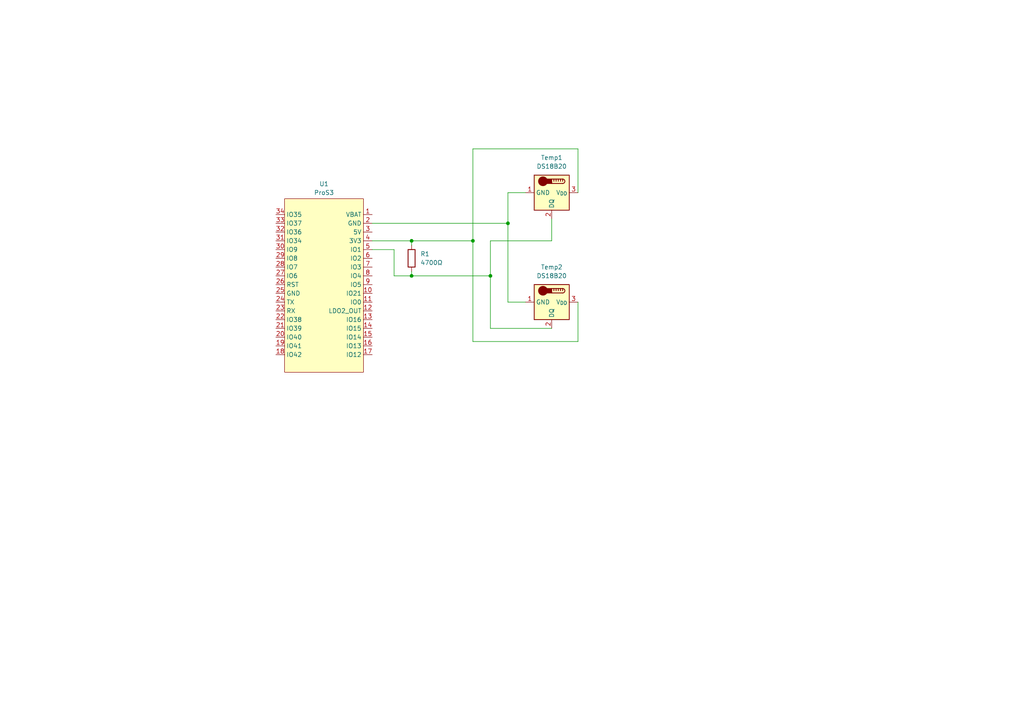
<source format=kicad_sch>
(kicad_sch (version 20230121) (generator eeschema)
  (paper "A4")
  (lib_symbols
    (symbol "Device:R" (pin_numbers hide) (pin_names (offset 0))
      (property "Reference" "R" (at 2.032 0 90))
      (property "Value" "R" (at 0 0 90))
      (symbol "R_0_1"
        (rectangle (start -1.016 -2.54) (end 1.016 2.54) (stroke (width 0.254)))
      )
      (symbol "R_1_1"
        (pin passive line (at 0 3.81 270) (length 1.27) (name "~") (number "1"))
        (pin passive line (at 0 -3.81 90) (length 1.27) (name "~") (number "2"))
      )
    )
    (symbol "ProS3:ProS3"
      (property "Reference" "U" (at 0 -28.956 0))
      (property "Value" "ProS3" (at -0.508 27.178 0))
      (symbol "ProS3_1_1"
        (rectangle (start -11.43 24.892) (end 11.43 -25.4) (stroke (width 0.1524)) (fill (type background)))
        (pin power_in line (at 13.97 20.32 180) (length 2.54) (name "VBAT") (number "1"))
        (pin bidirectional line (at 13.97 -2.54 180) (length 2.54) (name "IO21") (number "10"))
        (pin bidirectional line (at 13.97 -5.08 180) (length 2.54) (name "IO0") (number "11"))
        (pin power_out line (at 13.97 -7.62 180) (length 2.54) (name "LDO2_OUT") (number "12"))
        (pin bidirectional line (at 13.97 -10.16 180) (length 2.54) (name "IO16") (number "13"))
        (pin bidirectional line (at 13.97 -12.7 180) (length 2.54) (name "IO15") (number "14"))
        (pin bidirectional line (at 13.97 -15.24 180) (length 2.54) (name "IO14") (number "15"))
        (pin bidirectional line (at 13.97 -17.78 180) (length 2.54) (name "IO13") (number "16"))
        (pin bidirectional line (at 13.97 -20.32 180) (length 2.54) (name "IO12") (number "17"))
        (pin bidirectional line (at -13.97 -20.32 0) (length 2.54) (name "IO42") (number "18"))
        (pin bidirectional line (at -13.97 -17.78 0) (length 2.54) (name "IO41") (number "19"))
        (pin power_in line (at 13.97 17.78 180) (length 2.54) (name "GND") (number "2"))
        (pin bidirectional line (at -13.97 -15.24 0) (length 2.54) (name "IO40") (number "20"))
        (pin bidirectional line (at -13.97 -12.7 0) (length 2.54) (name "IO39") (number "21"))
        (pin bidirectional line (at -13.97 -10.16 0) (length 2.54) (name "IO38") (number "22"))
        (pin bidirectional line (at -13.97 -7.62 0) (length 2.54) (name "RX") (number "23"))
        (pin bidirectional line (at -13.97 -5.08 0) (length 2.54) (name "TX") (number "24"))
        (pin power_in line (at -13.97 -2.54 0) (length 2.54) (name "GND") (number "25"))
        (pin input line (at -13.97 0 0) (length 2.54) (name "RST") (number "26"))
        (pin bidirectional line (at -13.97 2.54 0) (length 2.54) (name "IO6") (number "27"))
        (pin bidirectional line (at -13.97 5.08 0) (length 2.54) (name "IO7") (number "28"))
        (pin bidirectional line (at -13.97 7.62 0) (length 2.54) (name "IO8") (number "29"))
        (pin power_in line (at 13.97 15.24 180) (length 2.54) (name "5V") (number "3"))
        (pin bidirectional line (at -13.97 10.16 0) (length 2.54) (name "IO9") (number "30"))
        (pin bidirectional line (at -13.97 12.7 0) (length 2.54) (name "IO34") (number "31"))
        (pin bidirectional line (at -13.97 15.24 0) (length 2.54) (name "IO36") (number "32"))
        (pin bidirectional line (at -13.97 17.78 0) (length 2.54) (name "IO37") (number "33"))
        (pin bidirectional line (at -13.97 20.32 0) (length 2.54) (name "IO35") (number "34"))
        (pin power_in line (at 13.97 12.7 180) (length 2.54) (name "3V3") (number "4"))
        (pin bidirectional line (at 13.97 10.16 180) (length 2.54) (name "IO1") (number "5"))
        (pin bidirectional line (at 13.97 7.62 180) (length 2.54) (name "IO2") (number "6"))
        (pin bidirectional line (at 13.97 5.08 180) (length 2.54) (name "IO3") (number "7"))
        (pin bidirectional line (at 13.97 2.54 180) (length 2.54) (name "IO4") (number "8"))
        (pin bidirectional line (at 13.97 0 180) (length 2.54) (name "IO5") (number "9"))
      )
    )
    (symbol "Sensor_Temperature:DS18B20"
      (property "Reference" "U" (at -3.81 6.35 0))
      (property "Value" "DS18B20" (at 6.35 6.35 0))
      (symbol "DS18B20_0_1"
        (rectangle (start -5.08 5.08) (end 5.08 -5.08) (stroke (width 0.254)) (fill (type background)))
        (circle (center -3.302 -2.54) (radius 1.27) (stroke (width 0.254)) (fill (type outline)))
        (rectangle (start -2.667 -1.905) (end -3.937 0) (stroke (width 0.254)) (fill (type outline)))
        (arc (start -2.667 3.175) (mid -3.302 3.8073) (end -3.937 3.175) (stroke (width 0.254)))
        (polyline (pts (xy -3.937 0.635) (xy -3.302 0.635)) (stroke (width 0.254)))
        (polyline (pts (xy -3.937 1.27) (xy -3.302 1.27)) (stroke (width 0.254)))
        (polyline (pts (xy -3.937 1.905) (xy -3.302 1.905)) (stroke (width 0.254)))
        (polyline (pts (xy -3.937 2.54) (xy -3.302 2.54)) (stroke (width 0.254)))
        (polyline (pts (xy -3.937 3.175) (xy -3.937 0)) (stroke (width 0.254)))
        (polyline (pts (xy -3.937 3.175) (xy -3.302 3.175)) (stroke (width 0.254)))
        (polyline (pts (xy -2.667 3.175) (xy -2.667 0)) (stroke (width 0.254)))
      )
      (symbol "DS18B20_1_1"
        (pin power_in line (at 0 -7.62 90) (length 2.54) (name "GND") (number "1"))
        (pin bidirectional line (at 7.62 0 180) (length 2.54) (name "DQ") (number "2"))
        (pin power_in line (at 0 7.62 270) (length 2.54) (name "V_{DD}") (number "3"))
      )
    )
  )
  (junction (at 137.16 69.85))
  (junction (at 119.38 69.85))
  (junction (at 147.32 64.77))
  (junction (at 119.38 80.01))
  (junction (at 142.24 80.01))
  (wire (pts (xy 107.95 64.77) (xy 147.32 64.77)))
  (wire (pts (xy 114.3 72.39) (xy 114.3 80.01)))
  (wire (pts (xy 119.38 78.74) (xy 119.38 80.01)))
  (wire (pts (xy 107.95 72.39) (xy 114.3 72.39)))
  (wire (pts (xy 147.32 64.77) (xy 147.32 87.63)))
  (wire (pts (xy 160.02 63.5) (xy 160.02 69.85)))
  (wire (pts (xy 142.24 69.85) (xy 142.24 80.01)))
  (wire (pts (xy 167.64 99.06) (xy 167.64 87.63)))
  (wire (pts (xy 152.4 55.88) (xy 147.32 55.88)))
  (wire (pts (xy 167.64 43.18) (xy 167.64 55.88)))
  (wire (pts (xy 147.32 87.63) (xy 152.4 87.63)))
  (wire (pts (xy 107.95 69.85) (xy 119.38 69.85)))
  (wire (pts (xy 114.3 80.01) (xy 119.38 80.01)))
  (wire (pts (xy 137.16 43.18) (xy 137.16 69.85)))
  (wire (pts (xy 160.02 69.85) (xy 142.24 69.85)))
  (wire (pts (xy 119.38 69.85) (xy 119.38 71.12)))
  (wire (pts (xy 142.24 95.25) (xy 160.02 95.25)))
  (wire (pts (xy 147.32 55.88) (xy 147.32 64.77)))
  (wire (pts (xy 119.38 69.85) (xy 137.16 69.85)))
  (wire (pts (xy 137.16 69.85) (xy 137.16 99.06)))
  (wire (pts (xy 142.24 80.01) (xy 142.24 95.25)))
  (wire (pts (xy 137.16 99.06) (xy 167.64 99.06)))
  (wire (pts (xy 137.16 43.18) (xy 167.64 43.18)))
  (wire (pts (xy 119.38 80.01) (xy 142.24 80.01)))
  (symbol (lib_id "Sensor_Temperature:DS18B20") (at 160.02 55.88 270) (unit 1)
    (property "Reference" "Temp1" (at 160.02 45.72 90))
    (property "Value" "DS18B20" (at 160.02 48.26 90))
    (property "Footprint" "Package_TO_SOT_THT:TO-92_Inline" (effects hide))
    (property "Datasheet" "http://datasheets.maximintegrated.com/en/ds/DS18B20.pdf" (effects hide))
  )
  (symbol (lib_id "Sensor_Temperature:DS18B20") (at 160.02 87.63 270) (unit 1)
    (property "Reference" "Temp2" (at 160.02 77.47 90))
    (property "Value" "DS18B20" (at 160.02 80.01 90))
    (property "Footprint" "Package_TO_SOT_THT:TO-92_Inline" (effects hide))
    (property "Datasheet" "http://datasheets.maximintegrated.com/en/ds/DS18B20.pdf" (effects hide))
  )
  (symbol (lib_id "ProS3:ProS3") (at 93.98 82.55 0) (unit 1)
    (property "Reference" "U1" (at 93.98 53.34 0))
    (property "Value" "ProS3" (at 93.98 55.88 0))
    (property "Footprint" "footprints:ProS3_TH" (effects hide))
  )
  (symbol (lib_id "Device:R") (at 119.38 74.93 0) (unit 1)
    (property "Reference" "R1" (at 121.92 73.66 0) (effects (justify left)))
    (property "Value" "4700Ω" (at 121.92 76.2 0) (effects (justify left)))
  )
)
</source>
